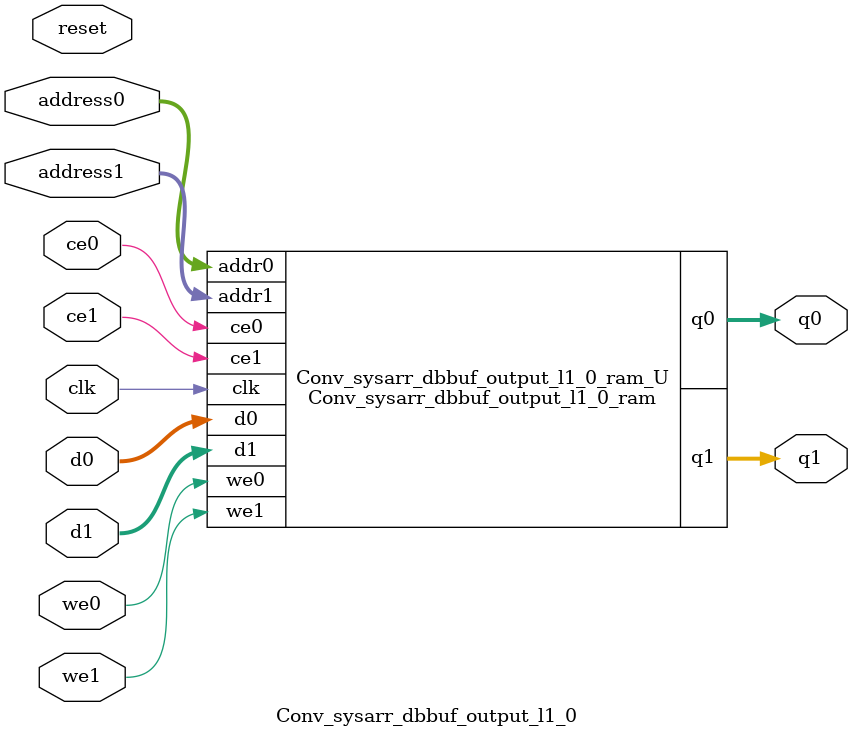
<source format=v>
`timescale 1 ns / 1 ps
module Conv_sysarr_dbbuf_output_l1_0_ram (addr0, ce0, d0, we0, q0, addr1, ce1, d1, we1, q1,  clk);

parameter DWIDTH = 32;
parameter AWIDTH = 9;
parameter MEM_SIZE = 512;

input[AWIDTH-1:0] addr0;
input ce0;
input[DWIDTH-1:0] d0;
input we0;
output reg[DWIDTH-1:0] q0;
input[AWIDTH-1:0] addr1;
input ce1;
input[DWIDTH-1:0] d1;
input we1;
output reg[DWIDTH-1:0] q1;
input clk;

(* ram_style = "block" *)reg [DWIDTH-1:0] ram[0:MEM_SIZE-1];




always @(posedge clk)  
begin 
    if (ce0) begin
        if (we0) 
            ram[addr0] <= d0; 
        q0 <= ram[addr0];
    end
end


always @(posedge clk)  
begin 
    if (ce1) begin
        if (we1) 
            ram[addr1] <= d1; 
        q1 <= ram[addr1];
    end
end


endmodule

`timescale 1 ns / 1 ps
module Conv_sysarr_dbbuf_output_l1_0(
    reset,
    clk,
    address0,
    ce0,
    we0,
    d0,
    q0,
    address1,
    ce1,
    we1,
    d1,
    q1);

parameter DataWidth = 32'd32;
parameter AddressRange = 32'd512;
parameter AddressWidth = 32'd9;
input reset;
input clk;
input[AddressWidth - 1:0] address0;
input ce0;
input we0;
input[DataWidth - 1:0] d0;
output[DataWidth - 1:0] q0;
input[AddressWidth - 1:0] address1;
input ce1;
input we1;
input[DataWidth - 1:0] d1;
output[DataWidth - 1:0] q1;



Conv_sysarr_dbbuf_output_l1_0_ram Conv_sysarr_dbbuf_output_l1_0_ram_U(
    .clk( clk ),
    .addr0( address0 ),
    .ce0( ce0 ),
    .we0( we0 ),
    .d0( d0 ),
    .q0( q0 ),
    .addr1( address1 ),
    .ce1( ce1 ),
    .we1( we1 ),
    .d1( d1 ),
    .q1( q1 ));

endmodule


</source>
